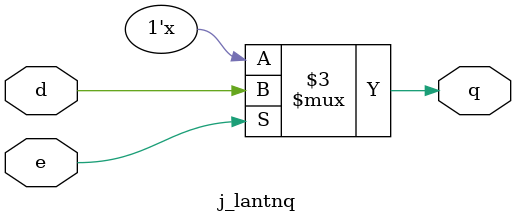
<source format=v>


module j_lantnq (q, d, e);
    input d, e;
    output q;
    reg q;

    always @ (d or e)
        if (e)
            q = d;

endmodule


</source>
